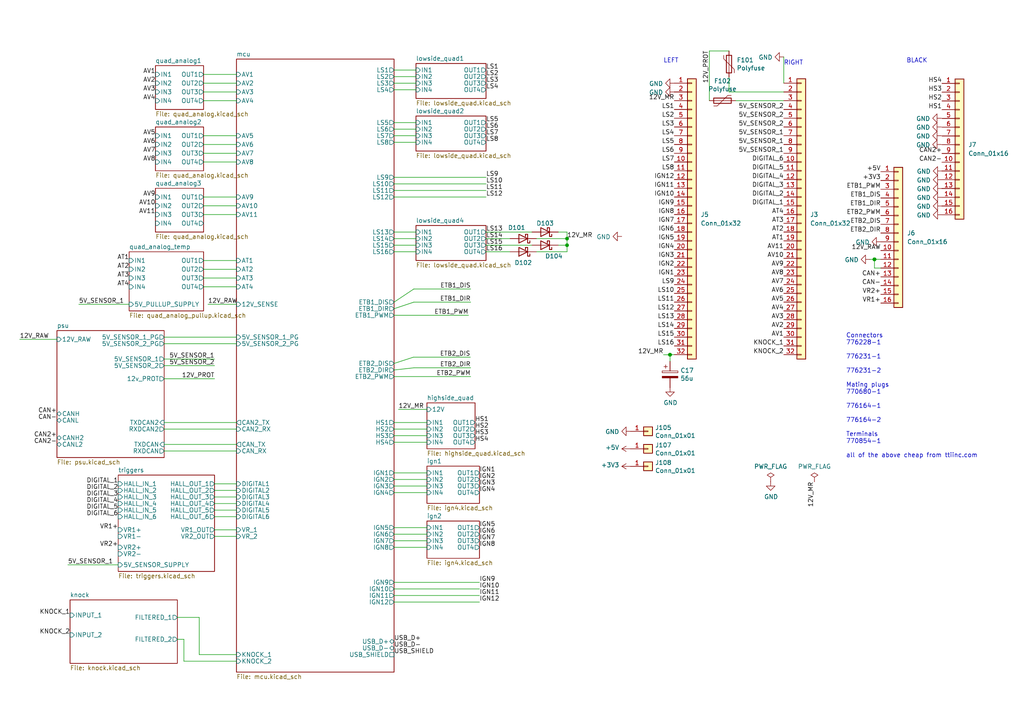
<source format=kicad_sch>
(kicad_sch (version 20211123) (generator eeschema)
  (paper "A4")
  (title_block (title "rusEfi Proteus") (date "2022-04-09") (rev "v0.7") (company "rusEFI") (comment 1 "github.com/mck1117/proteus") (comment 2 "rusefi.com/s/proteus"))
  (lib_symbols
    (symbol "Connector_Generic:Conn_01x01" (pin_names (offset 1.016) hide)
      (property "Reference" "J" (at 0 2.54 0))
      (property "Value" "Conn_01x01" (at 0 -2.54 0))
      (symbol "Conn_01x01_1_1"
        (rectangle (start -1.27 0.127) (end 0 -0.127) (stroke (width 0.1524)))
        (rectangle (start -1.27 1.27) (end 1.27 -1.27) (stroke (width 0.254)) (fill (type background)))
        (pin passive line (at -5.08 0 0) (length 3.81) (name "Pin_1") (number "1"))
      )
    )
    (symbol "Connector_Generic:Conn_01x16" (pin_names (offset 1.016) hide)
      (property "Reference" "J" (at 0 20.32 0))
      (property "Value" "Conn_01x16" (at 0 -22.86 0))
      (symbol "Conn_01x16_1_1"
        (rectangle (start -1.27 -20.193) (end 0 -20.447) (stroke (width 0.1524)))
        (rectangle (start -1.27 -17.653) (end 0 -17.907) (stroke (width 0.1524)))
        (rectangle (start -1.27 -15.113) (end 0 -15.367) (stroke (width 0.1524)))
        (rectangle (start -1.27 -12.573) (end 0 -12.827) (stroke (width 0.1524)))
        (rectangle (start -1.27 -10.033) (end 0 -10.287) (stroke (width 0.1524)))
        (rectangle (start -1.27 -7.493) (end 0 -7.747) (stroke (width 0.1524)))
        (rectangle (start -1.27 -4.953) (end 0 -5.207) (stroke (width 0.1524)))
        (rectangle (start -1.27 -2.413) (end 0 -2.667) (stroke (width 0.1524)))
        (rectangle (start -1.27 0.127) (end 0 -0.127) (stroke (width 0.1524)))
        (rectangle (start -1.27 2.667) (end 0 2.413) (stroke (width 0.1524)))
        (rectangle (start -1.27 5.207) (end 0 4.953) (stroke (width 0.1524)))
        (rectangle (start -1.27 7.747) (end 0 7.493) (stroke (width 0.1524)))
        (rectangle (start -1.27 10.287) (end 0 10.033) (stroke (width 0.1524)))
        (rectangle (start -1.27 12.827) (end 0 12.573) (stroke (width 0.1524)))
        (rectangle (start -1.27 15.367) (end 0 15.113) (stroke (width 0.1524)))
        (rectangle (start -1.27 17.907) (end 0 17.653) (stroke (width 0.1524)))
        (rectangle (start -1.27 19.05) (end 1.27 -21.59) (stroke (width 0.254)) (fill (type background)))
        (pin passive line (at -5.08 17.78 0) (length 3.81) (name "Pin_1") (number "1"))
        (pin passive line (at -5.08 -5.08 0) (length 3.81) (name "Pin_10") (number "10"))
        (pin passive line (at -5.08 -7.62 0) (length 3.81) (name "Pin_11") (number "11"))
        (pin passive line (at -5.08 -10.16 0) (length 3.81) (name "Pin_12") (number "12"))
        (pin passive line (at -5.08 -12.7 0) (length 3.81) (name "Pin_13") (number "13"))
        (pin passive line (at -5.08 -15.24 0) (length 3.81) (name "Pin_14") (number "14"))
        (pin passive line (at -5.08 -17.78 0) (length 3.81) (name "Pin_15") (number "15"))
        (pin passive line (at -5.08 -20.32 0) (length 3.81) (name "Pin_16") (number "16"))
        (pin passive line (at -5.08 15.24 0) (length 3.81) (name "Pin_2") (number "2"))
        (pin passive line (at -5.08 12.7 0) (length 3.81) (name "Pin_3") (number "3"))
        (pin passive line (at -5.08 10.16 0) (length 3.81) (name "Pin_4") (number "4"))
        (pin passive line (at -5.08 7.62 0) (length 3.81) (name "Pin_5") (number "5"))
        (pin passive line (at -5.08 5.08 0) (length 3.81) (name "Pin_6") (number "6"))
        (pin passive line (at -5.08 2.54 0) (length 3.81) (name "Pin_7") (number "7"))
        (pin passive line (at -5.08 0 0) (length 3.81) (name "Pin_8") (number "8"))
        (pin passive line (at -5.08 -2.54 0) (length 3.81) (name "Pin_9") (number "9"))
      )
    )
    (symbol "Connector_Generic:Conn_01x32" (pin_names (offset 1.016) hide)
      (property "Reference" "J" (at 0 40.64 0))
      (property "Value" "Conn_01x32" (at 0 -43.18 0))
      (symbol "Conn_01x32_1_1"
        (rectangle (start -1.27 -40.513) (end 0 -40.767) (stroke (width 0.1524)))
        (rectangle (start -1.27 -37.973) (end 0 -38.227) (stroke (width 0.1524)))
        (rectangle (start -1.27 -35.433) (end 0 -35.687) (stroke (width 0.1524)))
        (rectangle (start -1.27 -32.893) (end 0 -33.147) (stroke (width 0.1524)))
        (rectangle (start -1.27 -30.353) (end 0 -30.607) (stroke (width 0.1524)))
        (rectangle (start -1.27 -27.813) (end 0 -28.067) (stroke (width 0.1524)))
        (rectangle (start -1.27 -25.273) (end 0 -25.527) (stroke (width 0.1524)))
        (rectangle (start -1.27 -22.733) (end 0 -22.987) (stroke (width 0.1524)))
        (rectangle (start -1.27 -20.193) (end 0 -20.447) (stroke (width 0.1524)))
        (rectangle (start -1.27 -17.653) (end 0 -17.907) (stroke (width 0.1524)))
        (rectangle (start -1.27 -15.113) (end 0 -15.367) (stroke (width 0.1524)))
        (rectangle (start -1.27 -12.573) (end 0 -12.827) (stroke (width 0.1524)))
        (rectangle (start -1.27 -10.033) (end 0 -10.287) (stroke (width 0.1524)))
        (rectangle (start -1.27 -7.493) (end 0 -7.747) (stroke (width 0.1524)))
        (rectangle (start -1.27 -4.953) (end 0 -5.207) (stroke (width 0.1524)))
        (rectangle (start -1.27 -2.413) (end 0 -2.667) (stroke (width 0.1524)))
        (rectangle (start -1.27 0.127) (end 0 -0.127) (stroke (width 0.1524)))
        (rectangle (start -1.27 2.667) (end 0 2.413) (stroke (width 0.1524)))
        (rectangle (start -1.27 5.207) (end 0 4.953) (stroke (width 0.1524)))
        (rectangle (start -1.27 7.747) (end 0 7.493) (stroke (width 0.1524)))
        (rectangle (start -1.27 10.287) (end 0 10.033) (stroke (width 0.1524)))
        (rectangle (start -1.27 12.827) (end 0 12.573) (stroke (width 0.1524)))
        (rectangle (start -1.27 15.367) (end 0 15.113) (stroke (width 0.1524)))
        (rectangle (start -1.27 17.907) (end 0 17.653) (stroke (width 0.1524)))
        (rectangle (start -1.27 20.447) (end 0 20.193) (stroke (width 0.1524)))
        (rectangle (start -1.27 22.987) (end 0 22.733) (stroke (width 0.1524)))
        (rectangle (start -1.27 25.527) (end 0 25.273) (stroke (width 0.1524)))
        (rectangle (start -1.27 28.067) (end 0 27.813) (stroke (width 0.1524)))
        (rectangle (start -1.27 30.607) (end 0 30.353) (stroke (width 0.1524)))
        (rectangle (start -1.27 33.147) (end 0 32.893) (stroke (width 0.1524)))
        (rectangle (start -1.27 35.687) (end 0 35.433) (stroke (width 0.1524)))
        (rectangle (start -1.27 38.227) (end 0 37.973) (stroke (width 0.1524)))
        (rectangle (start -1.27 39.37) (end 1.27 -41.91) (stroke (width 0.254)) (fill (type background)))
        (pin passive line (at -5.08 38.1 0) (length 3.81) (name "Pin_1") (number "1"))
        (pin passive line (at -5.08 15.24 0) (length 3.81) (name "Pin_10") (number "10"))
        (pin passive line (at -5.08 12.7 0) (length 3.81) (name "Pin_11") (number "11"))
        (pin passive line (at -5.08 10.16 0) (length 3.81) (name "Pin_12") (number "12"))
        (pin passive line (at -5.08 7.62 0) (length 3.81) (name "Pin_13") (number "13"))
        (pin passive line (at -5.08 5.08 0) (length 3.81) (name "Pin_14") (number "14"))
        (pin passive line (at -5.08 2.54 0) (length 3.81) (name "Pin_15") (number "15"))
        (pin passive line (at -5.08 0 0) (length 3.81) (name "Pin_16") (number "16"))
        (pin passive line (at -5.08 -2.54 0) (length 3.81) (name "Pin_17") (number "17"))
        (pin passive line (at -5.08 -5.08 0) (length 3.81) (name "Pin_18") (number "18"))
        (pin passive line (at -5.08 -7.62 0) (length 3.81) (name "Pin_19") (number "19"))
        (pin passive line (at -5.08 35.56 0) (length 3.81) (name "Pin_2") (number "2"))
        (pin passive line (at -5.08 -10.16 0) (length 3.81) (name "Pin_20") (number "20"))
        (pin passive line (at -5.08 -12.7 0) (length 3.81) (name "Pin_21") (number "21"))
        (pin passive line (at -5.08 -15.24 0) (length 3.81) (name "Pin_22") (number "22"))
        (pin passive line (at -5.08 -17.78 0) (length 3.81) (name "Pin_23") (number "23"))
        (pin passive line (at -5.08 -20.32 0) (length 3.81) (name "Pin_24") (number "24"))
        (pin passive line (at -5.08 -22.86 0) (length 3.81) (name "Pin_25") (number "25"))
        (pin passive line (at -5.08 -25.4 0) (length 3.81) (name "Pin_26") (number "26"))
        (pin passive line (at -5.08 -27.94 0) (length 3.81) (name "Pin_27") (number "27"))
        (pin passive line (at -5.08 -30.48 0) (length 3.81) (name "Pin_28") (number "28"))
        (pin passive line (at -5.08 -33.02 0) (length 3.81) (name "Pin_29") (number "29"))
        (pin passive line (at -5.08 33.02 0) (length 3.81) (name "Pin_3") (number "3"))
        (pin passive line (at -5.08 -35.56 0) (length 3.81) (name "Pin_30") (number "30"))
        (pin passive line (at -5.08 -38.1 0) (length 3.81) (name "Pin_31") (number "31"))
        (pin passive line (at -5.08 -40.64 0) (length 3.81) (name "Pin_32") (number "32"))
        (pin passive line (at -5.08 30.48 0) (length 3.81) (name "Pin_4") (number "4"))
        (pin passive line (at -5.08 27.94 0) (length 3.81) (name "Pin_5") (number "5"))
        (pin passive line (at -5.08 25.4 0) (length 3.81) (name "Pin_6") (number "6"))
        (pin passive line (at -5.08 22.86 0) (length 3.81) (name "Pin_7") (number "7"))
        (pin passive line (at -5.08 20.32 0) (length 3.81) (name "Pin_8") (number "8"))
        (pin passive line (at -5.08 17.78 0) (length 3.81) (name "Pin_9") (number "9"))
      )
    )
    (symbol "Device:CP" (pin_numbers hide) (pin_names (offset 0.254))
      (property "Reference" "C" (at 0.635 2.54 0))
      (property "Value" "Device_CP" (at 0.635 -2.54 0))
      (symbol "CP_0_1"
        (rectangle (start -2.286 0.508) (end 2.286 1.016))
        (polyline (pts (xy -1.778 2.286) (xy -0.762 2.286)))
        (polyline (pts (xy -1.27 2.794) (xy -1.27 1.778)))
        (rectangle (start 2.286 -0.508) (end -2.286 -1.016) (fill (type outline)))
      )
      (symbol "CP_1_1"
        (pin passive line (at 0 3.81 270) (length 2.794) (name "~") (number "1"))
        (pin passive line (at 0 -3.81 90) (length 2.794) (name "~") (number "2"))
      )
    )
    (symbol "Device:D_Schottky" (pin_numbers hide) (pin_names (offset 1.016) hide)
      (property "Reference" "D" (at 0 2.54 0))
      (property "Value" "D_Schottky" (at 0 -2.54 0))
      (symbol "D_Schottky_0_1"
        (polyline (pts (xy 1.27 0) (xy -1.27 0)))
        (polyline (pts (xy 1.27 1.27) (xy 1.27 -1.27) (xy -1.27 0) (xy 1.27 1.27)) (stroke (width 0.254)))
        (polyline (pts (xy -1.905 0.635) (xy -1.905 1.27) (xy -1.27 1.27) (xy -1.27 -1.27) (xy -0.635 -1.27) (xy -0.635 -0.635)) (stroke (width 0.254)))
      )
      (symbol "D_Schottky_1_1"
        (pin passive line (at -3.81 0 0) (length 2.54) (name "K") (number "1"))
        (pin passive line (at 3.81 0 180) (length 2.54) (name "A") (number "2"))
      )
    )
    (symbol "Device:Polyfuse" (pin_numbers hide) (pin_names (offset 0))
      (property "Reference" "F" (at -2.54 0 90))
      (property "Value" "Polyfuse" (at 2.54 0 90))
      (symbol "Polyfuse_0_1"
        (rectangle (start -0.762 2.54) (end 0.762 -2.54) (stroke (width 0.254)))
        (polyline (pts (xy 0 2.54) (xy 0 -2.54)))
        (polyline (pts (xy -1.524 2.54) (xy -1.524 1.524) (xy 1.524 -1.524) (xy 1.524 -2.54)))
      )
      (symbol "Polyfuse_1_1"
        (pin passive line (at 0 3.81 270) (length 1.27) (name "~") (number "1"))
        (pin passive line (at 0 -3.81 90) (length 1.27) (name "~") (number "2"))
      )
    )
    (symbol "power:+3.3V" (power) (pin_names (offset 0))
      (property "Value" "+3.3V" (at 0 3.556 0))
      (symbol "+3.3V_0_1"
        (polyline (pts (xy -0.762 1.27) (xy 0 2.54)))
        (polyline (pts (xy 0 0) (xy 0 2.54)))
        (polyline (pts (xy 0 2.54) (xy 0.762 1.27)))
      )
      (symbol "+3.3V_1_1"
        (pin power_in line (at 0 0 90) (length 0) hide (name "+3V3") (number "1"))
      )
    )
    (symbol "power:+5V" (power) (pin_names (offset 0))
      (property "Value" "+5V" (at 0 3.556 0))
      (symbol "+5V_0_1"
        (polyline (pts (xy -0.762 1.27) (xy 0 2.54)))
        (polyline (pts (xy 0 0) (xy 0 2.54)))
        (polyline (pts (xy 0 2.54) (xy 0.762 1.27)))
      )
      (symbol "+5V_1_1"
        (pin power_in line (at 0 0 90) (length 0) hide (name "+5V") (number "1"))
      )
    )
    (symbol "power:GND" (power) (pin_names (offset 0))
      (property "Value" "GND" (at 0 -3.81 0))
      (symbol "GND_0_1"
        (polyline (pts (xy 0 0) (xy 0 -1.27) (xy 1.27 -1.27) (xy 0 -2.54) (xy -1.27 -1.27) (xy 0 -1.27)))
      )
      (symbol "GND_1_1"
        (pin power_in line (at 0 0 270) (length 0) hide (name "GND") (number "1"))
      )
    )
    (symbol "power:PWR_FLAG" (power) (pin_numbers hide) (pin_names (offset 0) hide)
      (property "Value" "PWR_FLAG" (at 0 3.81 0))
      (symbol "PWR_FLAG_0_0"
        (pin power_out line (at 0 0 90) (length 0) (name "pwr") (number "1"))
      )
      (symbol "PWR_FLAG_0_1"
        (polyline (pts (xy 0 0) (xy 0 1.27) (xy -1.016 1.905) (xy 0 2.54) (xy 1.016 1.905) (xy 0 1.27)))
      )
    )
  )
  (junction (at 164.465 69.215))
  (junction (at 164.465 71.12))
  (junction (at 253.6325 75.2096))
  (junction (at 194.343 102.899))
  (junction (at 253.6325 75.2399))
  (junction (at 194.31 102.87))
  (wire (pts (xy 62.23 144.145) (xy 68.58 144.145)))
  (wire (pts (xy 114.3 168.91) (xy 139.065 168.91)))
  (wire (pts (xy 194.31 102.87) (xy 195.58 102.87)))
  (wire (pts (xy 62.23 106.045) (xy 47.625 106.045)))
  (wire (pts (xy 19.685 163.83) (xy 34.29 163.83)))
  (wire (pts (xy 47.625 124.46) (xy 68.58 124.46)))
  (wire (pts (xy 147.955 69.215) (xy 140.97 69.215)))
  (wire (pts (xy 164.465 69.215) (xy 164.465 67.31)))
  (wire (pts (xy 123.825 142.875) (xy 114.3 142.875)))
  (wire (pts (xy 123.825 158.75) (xy 114.3 158.75)))
  (wire (pts (xy 114.3 35.56) (xy 120.65 35.56)))
  (wire (pts (xy 253.6325 75.2399) (xy 253.6325 77.7496)))
  (wire (pts (xy 114.3 71.12) (xy 120.65 71.12)))
  (wire (pts (xy 114.3 128.27) (xy 123.825 128.27)))
  (wire (pts (xy 114.3 153.035) (xy 123.825 153.035)))
  (wire (pts (xy 192.438 102.899) (xy 194.343 102.899)))
  (wire (pts (xy 114.3 174.625) (xy 139.065 174.625)))
  (wire (pts (xy 140.97 67.31) (xy 154.305 67.31)))
  (wire (pts (xy 120.65 73.025) (xy 114.3 73.025)))
  (wire (pts (xy 62.23 147.955) (xy 68.58 147.955)))
  (wire (pts (xy 114.3 53.34) (xy 140.97 53.34)))
  (wire (pts (xy 140.97 71.12) (xy 154.305 71.12)))
  (wire (pts (xy 120.015 106.68) (xy 114.3 107.315)))
  (wire (pts (xy 115.57 118.745) (xy 123.825 118.745)))
  (wire (pts (xy 114.3 67.31) (xy 120.65 67.31)))
  (wire (pts (xy 147.955 73.025) (xy 140.97 73.025)))
  (wire (pts (xy 164.465 67.31) (xy 161.925 67.31)))
  (wire (pts (xy 114.3 55.245) (xy 140.97 55.245)))
  (wire (pts (xy 213.36 29.21) (xy 227.33 29.21)))
  (wire (pts (xy 68.58 130.81) (xy 47.625 130.81)))
  (wire (pts (xy 120.65 41.275) (xy 114.3 41.275)))
  (wire (pts (xy 68.58 29.21) (xy 59.055 29.21)))
  (wire (pts (xy 253.6325 75.2096) (xy 253.6325 75.2399)))
  (wire (pts (xy 68.58 142.24) (xy 62.23 142.24)))
  (wire (pts (xy 114.3 91.44) (xy 135.89 91.44)))
  (wire (pts (xy 227.33 26.67) (xy 211.455 26.67)))
  (wire (pts (xy 114.3 20.32) (xy 120.65 20.32)))
  (wire (pts (xy 57.785 189.865) (xy 68.58 189.865)))
  (wire (pts (xy 114.3 109.22) (xy 136.525 109.22)))
  (wire (pts (xy 120.015 83.82) (xy 136.525 83.82)))
  (wire (pts (xy 68.58 59.69) (xy 59.055 59.69)))
  (wire (pts (xy 194.343 104.804) (xy 194.343 102.899)))
  (wire (pts (xy 59.055 57.15) (xy 68.58 57.15)))
  (wire (pts (xy 5.715 98.425) (xy 16.51 98.425)))
  (wire (pts (xy 161.925 71.12) (xy 164.465 71.12)))
  (wire (pts (xy 205.74 14.7786) (xy 205.74 29.21)))
  (wire (pts (xy 120.65 22.225) (xy 114.3 22.225)))
  (wire (pts (xy 62.23 140.335) (xy 68.58 140.335)))
  (wire (pts (xy 51.435 185.42) (xy 53.34 185.42)))
  (wire (pts (xy 123.825 140.97) (xy 114.3 140.97)))
  (wire (pts (xy 59.055 44.45) (xy 68.58 44.45)))
  (wire (pts (xy 47.625 97.79) (xy 68.58 97.79)))
  (wire (pts (xy 47.625 99.695) (xy 68.58 99.695)))
  (wire (pts (xy 47.625 109.855) (xy 62.23 109.855)))
  (wire (pts (xy 59.055 75.565) (xy 68.58 75.565)))
  (wire (pts (xy 53.34 185.42) (xy 53.34 191.77)))
  (wire (pts (xy 59.055 39.37) (xy 68.58 39.37)))
  (wire (pts (xy 114.3 137.16) (xy 123.825 137.16)))
  (wire (pts (xy 120.65 69.215) (xy 114.3 69.215)))
  (wire (pts (xy 60.325 88.265) (xy 68.58 88.265)))
  (wire (pts (xy 68.58 78.105) (xy 59.055 78.105)))
  (wire (pts (xy 62.23 153.67) (xy 68.58 153.67)))
  (wire (pts (xy 227.33 16.51) (xy 227.33 24.13)))
  (wire (pts (xy 114.3 39.37) (xy 120.65 39.37)))
  (wire (pts (xy 47.625 128.905) (xy 68.58 128.905)))
  (wire (pts (xy 59.055 80.645) (xy 68.58 80.645)))
  (wire (pts (xy 120.65 26.035) (xy 114.3 26.035)))
  (wire (pts (xy 120.015 83.82) (xy 114.3 87.63)))
  (wire (pts (xy 164.465 73.025) (xy 164.465 71.12)))
  (wire (pts (xy 123.825 126.365) (xy 114.3 126.365)))
  (wire (pts (xy 114.3 170.815) (xy 139.065 170.815)))
  (wire (pts (xy 53.34 191.77) (xy 68.58 191.77)))
  (wire (pts (xy 59.055 62.23) (xy 68.58 62.23)))
  (wire (pts (xy 59.055 26.67) (xy 68.58 26.67)))
  (wire (pts (xy 120.015 87.63) (xy 136.525 87.63)))
  (wire (pts (xy 119.9173 103.5911) (xy 136.4273 103.5911)))
  (wire (pts (xy 68.58 146.05) (xy 62.23 146.05)))
  (wire (pts (xy 68.58 46.99) (xy 59.055 46.99)))
  (wire (pts (xy 47.625 104.14) (xy 62.23 104.14)))
  (wire (pts (xy 211.455 26.67) (xy 211.4402 22.3986)))
  (wire (pts (xy 155.575 73.025) (xy 164.465 73.025)))
  (wire (pts (xy 68.58 83.185) (xy 59.055 83.185)))
  (wire (pts (xy 68.58 24.13) (xy 59.055 24.13)))
  (wire (pts (xy 114.3 172.72) (xy 139.065 172.72)))
  (wire (pts (xy 252.3119 75.2399) (xy 253.6325 75.2399)))
  (wire (pts (xy 22.86 88.265) (xy 37.465 88.265)))
  (wire (pts (xy 62.23 149.86) (xy 68.58 149.86)))
  (wire (pts (xy 164.465 69.215) (xy 155.575 69.215)))
  (wire (pts (xy 114.3 57.15) (xy 140.97 57.15)))
  (wire (pts (xy 119.9173 103.5911) (xy 114.3 105.41)))
  (wire (pts (xy 253.6325 77.7496) (xy 255.4645 77.7496)))
  (wire (pts (xy 47.625 122.555) (xy 68.58 122.555)))
  (wire (pts (xy 123.825 122.555) (xy 114.3 122.555)))
  (wire (pts (xy 51.435 179.07) (xy 57.785 179.07)))
  (wire (pts (xy 164.465 71.12) (xy 164.465 69.215)))
  (wire (pts (xy 120.015 87.63) (xy 114.3 89.535)))
  (wire (pts (xy 114.3 156.845) (xy 123.825 156.845)))
  (wire (pts (xy 114.3 51.435) (xy 140.97 51.435)))
  (wire (pts (xy 255.4645 75.2096) (xy 253.6325 75.2096)))
  (wire (pts (xy 114.3 37.465) (xy 120.65 37.465)))
  (wire (pts (xy 59.055 21.59) (xy 68.58 21.59)))
  (wire (pts (xy 114.3 139.065) (xy 123.825 139.065)))
  (wire (pts (xy 123.825 154.94) (xy 114.3 154.94)))
  (wire (pts (xy 120.015 106.68) (xy 136.525 106.68)))
  (wire (pts (xy 211.4402 14.7786) (xy 205.74 14.7786)))
  (wire (pts (xy 68.58 41.91) (xy 59.055 41.91)))
  (wire (pts (xy 57.785 179.07) (xy 57.785 189.865)))
  (wire (pts (xy 68.58 155.575) (xy 62.23 155.575)))
  (wire (pts (xy 114.3 124.46) (xy 123.825 124.46)))
  (wire (pts (xy 114.3 24.13) (xy 120.65 24.13)))
  (wire (pts (xy 194.31 102.87) (xy 194.343 102.899)))
  (text "LEFT" (at 192.405 18.415 0) (effects (font (size 1.27 1.27)) (justify left bottom)))
  (text "Connectors\n776228-1\n\n776231-1\n\n776231-2\n\nMating plugs\n770680-1\n\n776164-1\n\n776164-2\n\nTerminals\n770854-1\n\nall of the above cheap from ttiinc.com" (at 245.3694 132.9305 0) (effects (font (size 1.27 1.27)) (justify left bottom)))
  (text "BLACK" (at 262.89 18.415 0) (effects (font (size 1.27 1.27)) (justify left bottom)))
  (text "RIGHT" (at 227.33 19.05 0) (effects (font (size 1.27 1.27)) (justify left bottom)))
  (label "LS16" (at 140.97 73.025 0))
  (label "12V_RAW" (at 5.715 98.425 0))
  (label "DIGITAL_1" (at 227.33 59.69 180))
  (label "HS4" (at 137.795 128.27 0))
  (label "KNOCK_1" (at 227.33 100.33 180))
  (label "AV7" (at 227.33 82.55 180))
  (label "AT3" (at 37.465 80.645 180))
  (label "CAN2-" (at 273.2114 47.0519 180))
  (label "AV3" (at 227.33 92.71 180))
  (label "AV7" (at 45.085 44.45 180))
  (label "IGN10" (at 139.065 170.815 0))
  (label "ETB2_DIR" (at 255.4645 67.5896 180))
  (label "AV8" (at 227.33 80.01 180))
  (label "AV9" (at 227.33 77.47 180))
  (label "CAN-" (at 255.4645 82.8296 180))
  (label "DIGITAL_6" (at 34.29 149.86 180))
  (label "HS2" (at 273.2114 29.2719 180))
  (label "AV9" (at 45.085 57.15 180))
  (label "CAN2+" (at 16.51 127 180))
  (label "IGN11" (at 195.58 54.61 180))
  (label "AV11" (at 227.33 72.39 180))
  (label "AV1" (at 45.085 21.59 180))
  (label "AT1" (at 37.465 75.565 180))
  (label "+5V" (at 255.4645 49.8096 180))
  (label "DIGITAL_3" (at 227.33 54.61 180))
  (label "AT1" (at 227.33 69.85 180))
  (label "LS9" (at 195.58 82.55 180))
  (label "IGN8" (at 139.065 158.75 0))
  (label "AV4" (at 227.33 90.17 180))
  (label "5V_SENSOR_1" (at 227.33 39.37 180))
  (label "5V_SENSOR_1" (at 227.33 41.91 180))
  (label "LS1" (at 195.58 31.75 180))
  (label "ETB2_DIS" (at 255.4645 65.0496 180))
  (label "ETB2_DIR" (at 136.525 106.68 180))
  (label "VR2+" (at 34.29 158.75 180))
  (label "LS16" (at 195.58 100.33 180))
  (label "5V_SENSOR_2" (at 227.33 34.29 180))
  (label "ETB1_DIR" (at 255.4645 59.9696 180))
  (label "12V_MR" (at 236.22 139.7 270))
  (label "DIGITAL_1" (at 34.29 140.335 180))
  (label "LS5" (at 140.97 35.56 0))
  (label "LS7" (at 195.58 46.99 180))
  (label "IGN7" (at 139.065 156.845 0))
  (label "5V_SENSOR_1" (at 19.685 163.83 0))
  (label "IGN5" (at 195.58 69.85 180))
  (label "LS13" (at 195.58 92.71 180))
  (label "12V_PROT" (at 62.23 109.855 180))
  (label "AV2" (at 227.33 95.25 180))
  (label "LS7" (at 140.97 39.37 0))
  (label "DIGITAL_2" (at 227.33 57.15 180))
  (label "AV6" (at 227.33 85.09 180))
  (label "LS2" (at 195.58 34.29 180))
  (label "5V_SENSOR_2" (at 62.23 106.045 180))
  (label "IGN5" (at 139.065 153.035 0))
  (label "5V_SENSOR_1" (at 62.23 104.14 180))
  (label "IGN1" (at 139.065 137.16 0))
  (label "USB_D-" (at 114.3 187.96 0))
  (label "IGN4" (at 195.58 72.39 180))
  (label "IGN2" (at 139.065 139.065 0))
  (label "AT3" (at 227.33 64.77 180))
  (label "DIGITAL_5" (at 227.33 49.53 180))
  (label "KNOCK_2" (at 227.33 102.87 180))
  (label "CAN2-" (at 16.51 128.905 180))
  (label "AV2" (at 45.085 24.13 180))
  (label "12V_MR" (at 192.438 102.899 180))
  (label "USB_SHIELD" (at 114.3 189.865 0))
  (label "5V_SENSOR_1" (at 227.33 44.45 180))
  (label "DIGITAL_5" (at 34.29 147.955 180))
  (label "HS2" (at 137.795 124.46 0))
  (label "IGN10" (at 195.58 57.15 180))
  (label "AT2" (at 37.465 78.105 180))
  (label "LS4" (at 140.97 26.035 0))
  (label "12V_MR" (at 164.465 69.215 0))
  (label "LS3" (at 195.58 36.83 180))
  (label "LS4" (at 195.58 39.37 180))
  (label "LS11" (at 195.58 87.63 180))
  (label "LS8" (at 195.58 49.53 180))
  (label "CAN+" (at 255.4645 80.2896 180))
  (label "IGN6" (at 139.065 154.94 0))
  (label "LS15" (at 195.58 97.79 180))
  (label "HS1" (at 137.795 122.555 0))
  (label "LS8" (at 140.97 41.275 0))
  (label "IGN7" (at 195.58 64.77 180))
  (label "VR1+" (at 255.4645 87.9096 180))
  (label "AV1" (at 227.33 97.79 180))
  (label "DIGITAL_3" (at 34.29 144.145 180))
  (label "ETB2_DIS" (at 136.4273 103.5911 180))
  (label "LS2" (at 140.97 22.225 0))
  (label "12V_RAW" (at 255.4645 72.6696 180))
  (label "IGN1" (at 195.58 80.01 180))
  (label "+3V3" (at 255.4645 52.3496 180))
  (label "AV11" (at 45.085 62.23 180))
  (label "AT2" (at 227.33 67.31 180))
  (label "IGN9" (at 195.58 59.69 180))
  (label "IGN3" (at 195.58 74.93 180))
  (label "LS3" (at 140.97 24.13 0))
  (label "IGN11" (at 139.065 172.72 0))
  (label "5V_SENSOR_2" (at 227.33 31.75 180))
  (label "LS15" (at 140.97 71.12 0))
  (label "USB_D+" (at 114.3 186.055 0))
  (label "KNOCK_2" (at 20.32 184.15 180))
  (label "AV8" (at 45.085 46.99 180))
  (label "AT4" (at 227.33 62.23 180))
  (label "LS1" (at 140.97 20.32 0))
  (label "AV10" (at 227.33 74.93 180))
  (label "IGN12" (at 195.58 52.07 180))
  (label "12V_RAW" (at 60.325 88.265 0))
  (label "LS12" (at 195.58 90.17 180))
  (label "AV5" (at 227.33 87.63 180))
  (label "IGN8" (at 195.58 62.23 180))
  (label "ETB1_DIS" (at 136.525 83.82 180))
  (label "IGN2" (at 195.58 77.47 180))
  (label "CAN2+" (at 273.2114 44.5119 180))
  (label "LS10" (at 140.97 53.34 0))
  (label "5V_SENSOR_2" (at 227.33 36.83 180))
  (label "LS6" (at 195.58 44.45 180))
  (label "12V_PROT" (at 205.74 24.13 90))
  (label "12V_MR" (at 195.58 29.21 180))
  (label "AT4" (at 37.465 83.185 180))
  (label "HS1" (at 273.2114 31.8119 180))
  (label "CAN-" (at 16.51 121.92 180))
  (label "12V_MR" (at 115.57 118.745 0))
  (label "ETB2_PWM" (at 255.4645 62.5096 180))
  (label "LS10" (at 195.58 85.09 180))
  (label "ETB2_PWM" (at 136.525 109.22 180))
  (label "ETB1_PWM" (at 255.4645 54.8896 180))
  (label "LS9" (at 140.97 51.435 0))
  (label "AV5" (at 45.085 39.37 180))
  (label "AV4" (at 45.085 29.21 180))
  (label "HS3" (at 137.795 126.365 0))
  (label "ETB1_DIS" (at 255.4645 57.4296 180))
  (label "IGN3" (at 139.065 140.97 0))
  (label "AV10" (at 45.085 59.69 180))
  (label "LS5" (at 195.58 41.91 180))
  (label "IGN9" (at 139.065 168.91 0))
  (label "HS3" (at 273.2114 26.7319 180))
  (label "LS12" (at 140.97 57.15 0))
  (label "CAN+" (at 16.51 120.015 180))
  (label "LS6" (at 140.97 37.465 0))
  (label "ETB1_PWM" (at 135.89 91.44 180))
  (label "AV6" (at 45.085 41.91 180))
  (label "VR2+" (at 255.4645 85.3696 180))
  (label "ETB1_DIR" (at 136.525 87.63 180))
  (label "LS14" (at 195.58 95.25 180))
  (label "DIGITAL_2" (at 34.29 142.24 180))
  (label "AV3" (at 45.085 26.67 180))
  (label "DIGITAL_6" (at 227.33 46.99 180))
  (label "LS14" (at 140.97 69.215 0))
  (label "HS4" (at 273.2114 24.1919 180))
  (label "VR1+" (at 34.29 153.67 180))
  (label "IGN12" (at 139.065 174.625 0))
  (label "5V_SENSOR_1" (at 22.86 88.265 0))
  (label "DIGITAL_4" (at 34.29 146.05 180))
  (label "LS13" (at 140.97 67.31 0))
  (label "IGN4" (at 139.065 142.875 0))
  (label "LS11" (at 140.97 55.245 0))
  (label "IGN6" (at 195.58 67.31 180))
  (label "KNOCK_1" (at 20.32 178.435 180))
  (label "DIGITAL_4" (at 227.33 52.07 180))
  (symbol (lib_id "power:GND") (at 252.3119 75.2399 270) (unit 1)
    (property "Reference" "#PWR0101" (effects hide))
    (property "Value" "GND" (at 249.0607 75.3669 90) (effects (justify right)))
  )
  (symbol (lib_id "power:GND") (at 273.05 39.37 270) (unit 1)
    (property "Reference" "#PWR0140" (effects hide))
    (property "Value" "GND" (at 269.7988 39.497 90) (effects (justify right)))
  )
  (symbol (lib_id "power:GND") (at 180.34 68.58 270) (unit 1)
    (property "Reference" "#PWR0141" (effects hide))
    (property "Value" "GND" (at 177.0888 68.707 90) (effects (justify right)))
  )
  (symbol (lib_id "power:GND") (at 227.33 16.51 270) (unit 1)
    (property "Reference" "#PWR0142" (effects hide))
    (property "Value" "GND" (at 224.0788 16.637 90) (effects (justify right)))
  )
  (symbol (lib_id "power:GND") (at 273.05 41.91 270) (unit 1)
    (property "Reference" "#PWR0209" (effects hide))
    (property "Value" "GND" (at 269.7988 42.037 90) (effects (justify right)))
  )
  (symbol (lib_id "power:GND") (at 273.05 34.29 270) (unit 1)
    (property "Reference" "#PWR0112" (effects hide))
    (property "Value" "GND" (at 269.7988 34.417 90) (effects (justify right)))
  )
  (symbol (lib_id "Device:Polyfuse") (at 211.4402 18.5886 180) (unit 1)
    (property "Reference" "F101" (at 213.6754 17.4202 0) (effects (justify right)))
    (property "Value" "Polyfuse" (at 213.6754 19.7316 0) (effects (justify right)))
    (property "Footprint" "Resistor_SMD:R_1206_3216Metric" (effects hide))
    (property "PN" "1206L012WR" (effects hide))
    (property "LCSC" "C207035" (effects hide))
    (property "LCSC_ext" "1" (effects hide))
  )
  (symbol (lib_id "Device:Polyfuse") (at 209.55 29.21 90) (unit 1)
    (property "Reference" "F102" (at 209.55 23.495 90))
    (property "Value" "Polyfuse" (at 209.55 25.8064 90))
    (property "Footprint" "Resistor_SMD:R_1206_3216Metric" (effects hide))
    (property "PN" "1206L012WR" (effects hide))
    (property "LCSC" "C207035" (effects hide))
    (property "LCSC_ext" "1" (effects hide))
  )
  (symbol (lib_id "Connector_Generic:Conn_01x01") (at 187.96 125.095 0) (unit 1)
    (property "Reference" "J105" (at 189.992 124.0282 0) (effects (justify left)))
    (property "Value" "Conn_01x01" (at 189.992 126.3396 0) (effects (justify left)))
    (property "Footprint" "TestPoint:TestPoint_Pad_D3.0mm" (effects hide))
    (property "LCSC" "N/A" (effects hide))
  )
  (symbol (lib_id "Connector_Generic:Conn_01x01") (at 187.96 130.175 0) (unit 1)
    (property "Reference" "J107" (at 189.992 129.1082 0) (effects (justify left)))
    (property "Value" "Conn_01x01" (at 189.992 131.4196 0) (effects (justify left)))
    (property "Footprint" "TestPoint:TestPoint_Pad_D3.0mm" (effects hide))
    (property "LCSC" "N/A" (effects hide))
  )
  (symbol (lib_id "Connector_Generic:Conn_01x01") (at 187.96 135.255 0) (unit 1)
    (property "Reference" "J108" (at 189.992 134.1882 0) (effects (justify left)))
    (property "Value" "Conn_01x01" (at 189.992 136.4996 0) (effects (justify left)))
    (property "Footprint" "TestPoint:TestPoint_Pad_D3.0mm" (effects hide))
    (property "LCSC" "N/A" (effects hide))
  )
  (symbol (lib_id "power:GND") (at 182.88 125.095 270) (unit 1)
    (property "Reference" "#PWR0248" (effects hide))
    (property "Value" "GND" (at 179.6288 125.222 90) (effects (justify right)))
  )
  (symbol (lib_id "power:+3.3V") (at 182.88 135.255 90) (unit 1)
    (property "Reference" "#PWR0249" (effects hide))
    (property "Value" "+3.3V" (at 179.6288 134.874 90) (effects (justify left)))
  )
  (symbol (lib_id "power:+5V") (at 182.88 130.175 90) (unit 1)
    (property "Reference" "#PWR0250" (effects hide))
    (property "Value" "+5V" (at 179.6288 129.794 90) (effects (justify left)))
  )
  (symbol (lib_id "power:PWR_FLAG") (at 236.22 139.7 0) (unit 1)
    (property "Reference" "#FLG0108" (effects hide))
    (property "Value" "PWR_FLAG" (at 236.22 135.3058 0))
  )
  (symbol (lib_id "power:GND") (at 223.52 139.7 0) (unit 1)
    (property "Reference" "#PWR0217" (effects hide))
    (property "Value" "GND" (at 223.647 144.0942 0))
  )
  (symbol (lib_id "power:PWR_FLAG") (at 223.52 139.7 0) (unit 1)
    (property "Reference" "#FLG0103" (effects hide))
    (property "Value" "PWR_FLAG" (at 223.52 135.3058 0))
  )
  (symbol (lib_id "power:GND") (at 273.05 36.83 270) (unit 1)
    (property "Reference" "#PWR0107" (effects hide))
    (property "Value" "GND" (at 269.7988 36.957 90) (effects (justify right)))
  )
  (symbol (lib_id "Device:D_Schottky") (at 151.765 73.025 180) (unit 1)
    (property "Reference" "D102" (at 151.765 76.2 0))
    (property "Value" "D_Schottky" (effects hide))
    (property "Footprint" "Diode_SMD:D_SMA" (effects hide))
    (property "LCSC" "C8678" (effects hide))
    (property "LCSC_ext" "0" (effects hide))
  )
  (symbol (lib_id "Device:D_Schottky") (at 158.115 71.12 180) (unit 1)
    (property "Reference" "D104" (at 160.655 74.295 0))
    (property "Value" "D_Schottky" (effects hide))
    (property "Footprint" "Diode_SMD:D_SMA" (effects hide))
    (property "LCSC" "C8678" (effects hide))
    (property "LCSC_ext" "0" (effects hide))
  )
  (symbol (lib_id "Device:D_Schottky") (at 151.765 69.215 180) (unit 1)
    (property "Reference" "D101" (at 149.86 66.04 0))
    (property "Value" "D_Schottky" (effects hide))
    (property "Footprint" "Diode_SMD:D_SMA" (effects hide))
    (property "LCSC" "C8678" (effects hide))
    (property "LCSC_ext" "0" (effects hide))
  )
  (symbol (lib_id "Device:D_Schottky") (at 158.115 67.31 180) (unit 1)
    (property "Reference" "D103" (at 158.115 64.77 0))
    (property "Value" "D_Schottky" (effects hide))
    (property "Footprint" "Diode_SMD:D_SMA" (effects hide))
    (property "LCSC" "C8678" (effects hide))
    (property "LCSC_ext" "0" (effects hide))
  )
  (symbol (lib_id "Device:CP") (at 194.343 108.614 0) (unit 1)
    (property "Reference" "C17" (at 197.3402 107.4456 0) (effects (justify left)))
    (property "Value" "56u" (at 197.3402 109.757 0) (effects (justify left)))
    (property "Footprint" "Capacitor_THT:CP_Radial_D8.0mm_P3.50mm" (effects hide))
    (property "LCSC" "N/A" (effects hide))
    (property "PN" "EEH-AZF1H560B" (effects hide))
  )
  (symbol (lib_id "power:GND") (at 194.343 112.424 0) (unit 1)
    (property "Reference" "#PWR0314" (effects hide))
    (property "Value" "GND" (at 194.47 116.8182 0))
  )
  (symbol (lib_id "power:GND") (at 255.4645 70.1296 270) (unit 1)
    (property "Reference" "#PWR0321" (effects hide))
    (property "Value" "GND" (at 252.2133 70.2566 90) (effects (justify right)))
  )
  (symbol (lib_id "power:GND") (at 273.2114 57.2119 270) (unit 1)
    (property "Reference" "#PWR0151" (effects hide))
    (property "Value" "GND" (at 269.9602 57.3389 90) (effects (justify right)))
  )
  (symbol (lib_id "power:GND") (at 195.58 26.67 270) (unit 1)
    (property "Reference" "#PWR0135" (effects hide))
    (property "Value" "GND" (at 192.3288 26.797 90) (effects (justify right)))
  )
  (symbol (lib_id "power:GND") (at 273.2114 49.5919 270) (unit 1)
    (property "Reference" "#PWR0152" (effects hide))
    (property "Value" "GND" (at 269.9602 49.7189 90) (effects (justify right)))
  )
  (symbol (lib_id "Connector_Generic:Conn_01x32") (at 200.66 62.23 0) (unit 1)
    (property "Reference" "J5" (at 203.2 62.2299 0) (effects (justify left)))
    (property "Value" "Conn_01x32" (at 203.2 64.7699 0) (effects (justify left)))
    (property "Footprint" "Connector_PinHeader_2.54mm:PinHeader_1x32_P2.54mm_Vertical" (effects hide))
  )
  (symbol (lib_id "power:GND") (at 195.58 24.13 270) (unit 1)
    (property "Reference" "#PWR0144" (effects hide))
    (property "Value" "GND" (at 192.3288 24.257 90) (effects (justify right)))
  )
  (symbol (lib_id "power:GND") (at 273.2114 54.6719 270) (unit 1)
    (property "Reference" "#PWR0147" (effects hide))
    (property "Value" "GND" (at 269.9602 54.7989 90) (effects (justify right)))
  )
  (symbol (lib_id "Connector_Generic:Conn_01x32") (at 232.41 62.23 0) (unit 1)
    (property "Reference" "J3" (at 234.95 62.2299 0) (effects (justify left)))
    (property "Value" "Conn_01x32" (at 234.95 64.7699 0) (effects (justify left)))
    (property "Footprint" "Connector_PinHeader_2.54mm:PinHeader_1x32_P2.54mm_Vertical" (effects hide))
  )
  (symbol (lib_id "Connector_Generic:Conn_01x16") (at 278.2914 41.9719 0) (unit 1)
    (property "Reference" "J7" (at 280.8314 41.9718 0) (effects (justify left)))
    (property "Value" "Conn_01x16" (at 280.8314 44.5118 0) (effects (justify left)))
    (property "Footprint" "Connector_PinHeader_2.54mm:PinHeader_1x16_P2.54mm_Vertical" (effects hide))
  )
  (symbol (lib_id "power:GND") (at 273.2114 59.7519 270) (unit 1)
    (property "Reference" "#PWR0150" (effects hide))
    (property "Value" "GND" (at 269.9602 59.8789 90) (effects (justify right)))
  )
  (symbol (lib_id "power:GND") (at 273.2114 62.2919 270) (unit 1)
    (property "Reference" "#PWR0145" (effects hide))
    (property "Value" "GND" (at 269.9602 62.4189 90) (effects (justify right)))
  )
  (symbol (lib_id "power:GND") (at 273.2114 52.1319 270) (unit 1)
    (property "Reference" "#PWR0146" (effects hide))
    (property "Value" "GND" (at 269.9602 52.2589 90) (effects (justify right)))
  )
  (symbol (lib_id "Connector_Generic:Conn_01x16") (at 260.5445 67.5896 0) (unit 1)
    (property "Reference" "J6" (at 263.0845 67.5895 0) (effects (justify left)))
    (property "Value" "Conn_01x16" (at 263.0845 70.1295 0) (effects (justify left)))
    (property "Footprint" "Connector_PinHeader_2.54mm:PinHeader_1x16_P2.54mm_Vertical" (effects hide))
  )
  (sheet (at 123.825 135.2042) (size 15.24 10.795)
    (property "Sheet name" "ign1" (at 123.825 134.4926 0) (effects (justify left bottom)))
    (property "Sheet file" "ign4.kicad_sch" (at 123.825 146.5838 0) (effects (justify left top)))
    (pin "OUT1" output (at 139.065 137.16 0))
    (pin "OUT2" output (at 139.065 139.065 0))
    (pin "OUT3" output (at 139.065 140.97 0))
    (pin "OUT4" output (at 139.065 142.875 0))
    (pin "IN1" input (at 123.825 137.16 180))
    (pin "IN2" input (at 123.825 139.065 180))
    (pin "IN3" input (at 123.825 140.97 180))
    (pin "IN4" input (at 123.825 142.875 180))
  )
  (sheet (at 120.65 18.415) (size 20.32 10.16)
    (property "Sheet name" "lowside_quad1" (at 120.65 17.7034 0) (effects (justify left bottom)))
    (property "Sheet file" "lowside_quad.kicad_sch" (at 120.65 29.1596 0) (effects (justify left top)))
    (pin "OUT1" output (at 140.97 20.32 0))
    (pin "OUT2" output (at 140.97 22.225 0))
    (pin "IN1" input (at 120.65 20.32 180))
    (pin "IN2" input (at 120.65 22.225 180))
    (pin "OUT3" output (at 140.97 24.13 0))
    (pin "OUT4" output (at 140.97 26.035 0))
    (pin "IN3" input (at 120.65 24.13 180))
    (pin "IN4" input (at 120.65 26.035 180))
  )
  (sheet (at 123.825 151.13) (size 15.24 10.795)
    (property "Sheet name" "ign2" (at 123.825 150.4184 0) (effects (justify left bottom)))
    (property "Sheet file" "ign4.kicad_sch" (at 123.825 162.5096 0) (effects (justify left top)))
    (pin "OUT1" output (at 139.065 153.035 0))
    (pin "OUT2" output (at 139.065 154.94 0))
    (pin "OUT3" output (at 139.065 156.845 0))
    (pin "OUT4" output (at 139.065 158.75 0))
    (pin "IN1" input (at 123.825 153.035 180))
    (pin "IN2" input (at 123.825 154.94 180))
    (pin "IN3" input (at 123.825 156.845 180))
    (pin "IN4" input (at 123.825 158.75 180))
  )
  (sheet (at 68.58 17.145) (size 45.72 177.8)
    (property "Sheet name" "mcu" (at 68.58 16.4334 0) (effects (justify left bottom)))
    (property "Sheet file" "mcu.kicad_sch" (at 68.58 195.5296 0) (effects (justify left top)))
    (pin "LS1" output (at 114.3 20.32 0))
    (pin "LS2" output (at 114.3 22.225 0))
    (pin "LS3" output (at 114.3 24.13 0))
    (pin "LS4" output (at 114.3 26.035 0))
    (pin "LS5" output (at 114.3 35.56 0))
    (pin "LS6" output (at 114.3 37.465 0))
    (pin "LS7" output (at 114.3 39.37 0))
    (pin "LS8" output (at 114.3 41.275 0))
    (pin "LS9" output (at 114.3 51.435 0))
    (pin "LS10" output (at 114.3 53.34 0))
    (pin "LS11" output (at 114.3 55.245 0))
    (pin "LS13" output (at 114.3 67.31 0))
    (pin "LS12" output (at 114.3 57.15 0))
    (pin "LS14" output (at 114.3 69.215 0))
    (pin "LS15" output (at 114.3 71.12 0))
    (pin "LS16" output (at 114.3 73.025 0))
    (pin "AV1" input (at 68.58 21.59 180))
    (pin "AV2" input (at 68.58 24.13 180))
    (pin "AV3" input (at 68.58 26.67 180))
    (pin "AV4" input (at 68.58 29.21 180))
    (pin "AV5" input (at 68.58 39.37 180))
    (pin "AV6" input (at 68.58 41.91 180))
    (pin "AV7" input (at 68.58 44.45 180))
    (pin "AV8" input (at 68.58 46.99 180))
    (pin "AV9" input (at 68.58 57.15 180))
    (pin "AV10" input (at 68.58 59.69 180))
    (pin "AV11" input (at 68.58 62.23 180))
    (pin "AT1" input (at 68.58 75.565 180))
    (pin "AT2" input (at 68.58 78.105 180))
    (pin "AT3" input (at 68.58 80.645 180))
    (pin "AT4" input (at 68.58 83.185 180))
    (pin "5V_SENSOR_1_PG" input (at 68.58 97.79 180))
    (pin "5V_SENSOR_2_PG" input (at 68.58 99.695 180))
    (pin "ETB1_DIS" output (at 114.3 87.63 0))
    (pin "ETB1_DIR" output (at 114.3 89.535 0))
    (pin "ETB1_PWM" output (at 114.3 91.44 0))
    (pin "ETB2_DIS" output (at 114.3 105.41 0))
    (pin "ETB2_DIR" output (at 114.3 107.315 0))
    (pin "ETB2_PWM" output (at 114.3 109.22 0))
    (pin "HS1" output (at 114.3 122.555 0))
    (pin "HS2" output (at 114.3 124.46 0))
    (pin "HS3" output (at 114.3 126.365 0))
    (pin "HS4" output (at 114.3 128.27 0))
    (pin "12V_SENSE" input (at 68.58 88.265 180))
    (pin "CAN_TX" output (at 68.58 128.905 180))
    (pin "CAN_RX" input (at 68.58 130.81 180))
    (pin "DIGITAL1" input (at 68.58 140.335 180))
    (pin "DIGITAL2" input (at 68.58 142.24 180))
    (pin "DIGITAL3" input (at 68.58 144.145 180))
    (pin "DIGITAL4" input (at 68.58 146.05 180))
    (pin "DIGITAL5" input (at 68.58 147.955 180))
    (pin "DIGITAL6" input (at 68.58 149.86 180))
    (pin "IGN1" output (at 114.3 137.16 0))
    (pin "IGN2" output (at 114.3 139.065 0))
    (pin "IGN3" output (at 114.3 140.97 0))
    (pin "IGN4" output (at 114.3 142.875 0))
    (pin "IGN5" output (at 114.3 153.035 0))
    (pin "IGN6" output (at 114.3 154.94 0))
    (pin "IGN7" output (at 114.3 156.845 0))
    (pin "IGN8" output (at 114.3 158.75 0))
    (pin "IGN9" output (at 114.3 168.91 0))
    (pin "IGN10" output (at 114.3 170.815 0))
    (pin "IGN11" output (at 114.3 172.72 0))
    (pin "IGN12" output (at 114.3 174.625 0))
    (pin "USB_D-" bidirectional (at 114.3 187.96 0))
    (pin "USB_D+" bidirectional (at 114.3 186.055 0))
    (pin "USB_SHIELD" passive (at 114.3 189.865 0))
    (pin "KNOCK_1" input (at 68.58 189.865 180))
    (pin "KNOCK_2" input (at 68.58 191.77 180))
    (pin "CAN2_TX" output (at 68.58 122.555 180))
    (pin "CAN2_RX" input (at 68.58 124.46 180))
    (pin "VR_1" input (at 68.58 153.67 180))
    (pin "VR_2" input (at 68.58 155.575 180))
  )
  (sheet (at 120.65 33.655) (size 20.32 10.16)
    (property "Sheet name" "lowside_quad2" (at 120.65 32.9434 0) (effects (justify left bottom)))
    (property "Sheet file" "lowside_quad.kicad_sch" (at 120.65 44.3996 0) (effects (justify left top)))
    (pin "OUT1" output (at 140.97 35.56 0))
    (pin "OUT2" output (at 140.97 37.465 0))
    (pin "IN1" input (at 120.65 35.56 180))
    (pin "IN2" input (at 120.65 37.465 180))
    (pin "OUT3" output (at 140.97 39.37 0))
    (pin "OUT4" output (at 140.97 41.275 0))
    (pin "IN3" input (at 120.65 39.37 180))
    (pin "IN4" input (at 120.65 41.275 180))
  )
  (sheet (at 120.65 65.405) (size 20.32 10.16)
    (property "Sheet name" "lowside_quad4" (at 120.65 64.6934 0) (effects (justify left bottom)))
    (property "Sheet file" "lowside_quad.kicad_sch" (at 120.65 76.1496 0) (effects (justify left top)))
    (pin "OUT1" output (at 140.97 67.31 0))
    (pin "OUT2" output (at 140.97 69.215 0))
    (pin "IN1" input (at 120.65 67.31 180))
    (pin "IN2" input (at 120.65 69.215 180))
    (pin "OUT3" output (at 140.97 71.12 0))
    (pin "OUT4" output (at 140.97 73.025 0))
    (pin "IN3" input (at 120.65 71.12 180))
    (pin "IN4" input (at 120.65 73.025 180))
  )
  (sheet (at 45.085 19.05) (size 13.97 12.7)
    (property "Sheet name" "quad_analog1" (at 45.085 18.3384 0) (effects (justify left bottom)))
    (property "Sheet file" "quad_analog.kicad_sch" (at 45.085 32.3346 0) (effects (justify left top)))
    (pin "IN1" input (at 45.085 21.59 180))
    (pin "IN2" input (at 45.085 24.13 180))
    (pin "IN3" input (at 45.085 26.67 180))
    (pin "IN4" input (at 45.085 29.21 180))
    (pin "OUT1" output (at 59.055 21.59 0))
    (pin "OUT2" output (at 59.055 24.13 0))
    (pin "OUT3" output (at 59.055 26.67 0))
    (pin "OUT4" output (at 59.055 29.21 0))
  )
  (sheet (at 45.085 36.83) (size 13.97 12.7)
    (property "Sheet name" "quad_analog2" (at 45.085 36.1184 0) (effects (justify left bottom)))
    (property "Sheet file" "quad_analog.kicad_sch" (at 45.085 50.1146 0) (effects (justify left top)))
    (pin "IN1" input (at 45.085 39.37 180))
    (pin "IN2" input (at 45.085 41.91 180))
    (pin "IN3" input (at 45.085 44.45 180))
    (pin "IN4" input (at 45.085 46.99 180))
    (pin "OUT1" output (at 59.055 39.37 0))
    (pin "OUT2" output (at 59.055 41.91 0))
    (pin "OUT3" output (at 59.055 44.45 0))
    (pin "OUT4" output (at 59.055 46.99 0))
  )
  (sheet (at 45.085 54.61) (size 13.97 12.7)
    (property "Sheet name" "quad_analog3" (at 45.085 53.8984 0) (effects (justify left bottom)))
    (property "Sheet file" "quad_analog.kicad_sch" (at 45.085 67.8946 0) (effects (justify left top)))
    (pin "IN1" input (at 45.085 57.15 180))
    (pin "IN2" input (at 45.085 59.69 180))
    (pin "IN3" input (at 45.085 62.23 180))
    (pin "IN4" input (at 45.085 64.77 180))
    (pin "OUT1" output (at 59.055 57.15 0))
    (pin "OUT2" output (at 59.055 59.69 0))
    (pin "OUT3" output (at 59.055 62.23 0))
    (pin "OUT4" output (at 59.055 64.77 0))
  )
  (sheet (at 16.51 95.885) (size 31.115 36.83)
    (property "Sheet name" "psu" (at 16.51 95.1734 0) (effects (justify left bottom)))
    (property "Sheet file" "psu.kicad_sch" (at 16.51 133.2996 0) (effects (justify left top)))
    (pin "12V_RAW" input (at 16.51 98.425 180))
    (pin "5V_SENSOR_1" output (at 47.625 104.14 0))
    (pin "5V_SENSOR_1_PG" output (at 47.625 97.79 0))
    (pin "5V_SENSOR_2" output (at 47.625 106.045 0))
    (pin "5V_SENSOR_2_PG" output (at 47.625 99.695 0))
    (pin "CANH" bidirectional (at 16.51 120.015 180))
    (pin "CANL" bidirectional (at 16.51 121.92 180))
    (pin "TXDCAN" input (at 47.625 128.905 0))
    (pin "RXDCAN" output (at 47.625 130.81 0))
    (pin "12v_PROT" output (at 47.625 109.855 0))
    (pin "TXDCAN2" input (at 47.625 122.555 0))
    (pin "RXDCAN2" output (at 47.625 124.46 0))
    (pin "CANH2" bidirectional (at 16.51 127 180))
    (pin "CANL2" bidirectional (at 16.51 128.905 180))
  )
  (sheet (at 37.465 73.025) (size 21.59 17.145)
    (property "Sheet name" "quad_analog_temp" (at 37.465 72.3134 0) (effects (justify left bottom)))
    (property "Sheet file" "quad_analog_pullup.kicad_sch" (at 37.465 90.7546 0) (effects (justify left top)))
    (pin "IN1" input (at 37.465 75.565 180))
    (pin "IN2" input (at 37.465 78.105 180))
    (pin "IN3" input (at 37.465 80.645 180))
    (pin "IN4" input (at 37.465 83.185 180))
    (pin "OUT1" output (at 59.055 75.565 0))
    (pin "OUT2" output (at 59.055 78.105 0))
    (pin "OUT3" output (at 59.055 80.645 0))
    (pin "OUT4" output (at 59.055 83.185 0))
    (pin "5V_PULLUP_SUPPLY" input (at 37.465 88.265 180))
  )
  (sheet (at 123.825 116.84) (size 13.97 13.335)
    (property "Sheet name" "highside_quad" (at 123.825 116.1284 0) (effects (justify left bottom)))
    (property "Sheet file" "highside_quad.kicad_sch" (at 123.825 130.7596 0) (effects (justify left top)))
    (pin "12V" input (at 123.825 118.745 180))
    (pin "OUT1" output (at 137.795 122.555 0))
    (pin "OUT2" output (at 137.795 124.46 0))
    (pin "OUT3" output (at 137.795 126.365 0))
    (pin "OUT4" output (at 137.795 128.27 0))
    (pin "IN1" input (at 123.825 122.555 180))
    (pin "IN2" input (at 123.825 124.46 180))
    (pin "IN3" input (at 123.825 126.365 180))
    (pin "IN4" input (at 123.825 128.27 180))
  )
  (sheet (at 34.29 137.795) (size 27.94 27.94)
    (property "Sheet name" "triggers" (at 34.29 137.0834 0) (effects (justify left bottom)))
    (property "Sheet file" "triggers.kicad_sch" (at 34.29 166.3196 0) (effects (justify left top)))
    (pin "HALL_IN_1" input (at 34.29 140.335 180))
    (pin "5V_SENSOR_SUPPLY" input (at 34.29 163.83 180))
    (pin "HALL_OUT_1" output (at 62.23 140.335 0))
    (pin "HALL_IN_2" input (at 34.29 142.24 180))
    (pin "HALL_OUT_2" output (at 62.23 142.24 0))
    (pin "HALL_IN_3" input (at 34.29 144.145 180))
    (pin "HALL_OUT_3" output (at 62.23 144.145 0))
    (pin "HALL_IN_4" input (at 34.29 146.05 180))
    (pin "HALL_OUT_4" output (at 62.23 146.05 0))
    (pin "VR1+" input (at 34.29 153.67 180))
    (pin "VR1-" input (at 34.29 155.575 180))
    (pin "VR2+" input (at 34.29 158.75 180))
    (pin "VR2-" input (at 34.29 160.655 180))
    (pin "VR1_OUT" output (at 62.23 153.67 0))
    (pin "VR2_OUT" output (at 62.23 155.575 0))
    (pin "HALL_IN_5" input (at 34.29 147.955 180))
    (pin "HALL_IN_6" input (at 34.29 149.86 180))
    (pin "HALL_OUT_5" output (at 62.23 147.955 0))
    (pin "HALL_OUT_6" output (at 62.23 149.86 0))
  )
  (sheet (at 20.32 173.99) (size 31.115 18.415)
    (property "Sheet name" "knock" (at 20.32 173.2784 0) (effects (justify left bottom)))
    (property "Sheet file" "knock.kicad_sch" (at 20.32 192.9896 0) (effects (justify left top)))
    (pin "FILTERED_1" output (at 51.435 179.07 0))
    (pin "INPUT_1" input (at 20.32 178.435 180))
    (pin "FILTERED_2" output (at 51.435 185.42 0))
    (pin "INPUT_2" input (at 20.32 184.15 180))
  )
)
</source>
